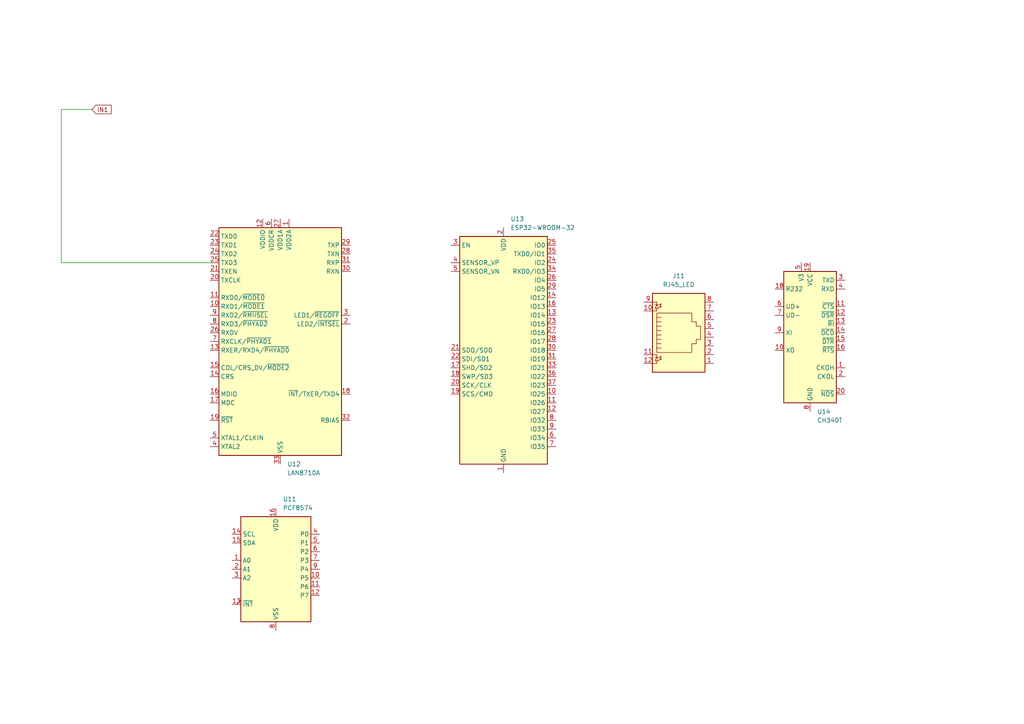
<source format=kicad_sch>
(kicad_sch (version 20211123) (generator eeschema)
  (paper "A4")
  (lib_symbols
    (symbol "Connector:RJ45_LED" (pin_names (offset 1.016))
      (property "Reference" "J" (at -5.08 13.97 0))
      (property "Value" "RJ45_LED" (at 1.27 13.97 0))
      (symbol "RJ45_LED_0_1"
        (polyline (pts (xy -7.62 -7.62) (xy -6.35 -7.62)))
        (polyline (pts (xy -7.62 -5.08) (xy -6.35 -5.08)))
        (polyline (pts (xy -7.62 7.62) (xy -6.35 7.62)))
        (polyline (pts (xy -7.62 10.16) (xy -6.35 10.16)))
        (polyline (pts (xy -6.858 -5.842) (xy -5.842 -5.842)))
        (polyline (pts (xy -6.858 9.398) (xy -5.842 9.398)))
        (polyline (pts (xy -6.35 -7.62) (xy -6.35 -6.858)))
        (polyline (pts (xy -6.35 -5.08) (xy -6.35 -5.842)))
        (polyline (pts (xy -6.35 7.62) (xy -6.35 8.382)))
        (polyline (pts (xy -6.35 10.16) (xy -6.35 9.398)))
        (polyline (pts (xy -5.08 -6.223) (xy -5.207 -6.604)))
        (polyline (pts (xy -5.08 -5.588) (xy -5.207 -5.969)))
        (polyline (pts (xy -5.08 4.445) (xy -6.35 4.445)))
        (polyline (pts (xy -5.08 5.715) (xy -6.35 5.715)))
        (polyline (pts (xy -5.08 9.017) (xy -5.207 8.636)))
        (polyline (pts (xy -5.08 9.652) (xy -5.207 9.271)))
        (polyline (pts (xy -6.35 -3.175) (xy -5.08 -3.175) (xy -5.08 -3.175)))
        (polyline (pts (xy -6.35 -1.905) (xy -5.08 -1.905) (xy -5.08 -1.905)))
        (polyline (pts (xy -6.35 -0.635) (xy -5.08 -0.635) (xy -5.08 -0.635)))
        (polyline (pts (xy -6.35 0.635) (xy -5.08 0.635) (xy -5.08 0.635)))
        (polyline (pts (xy -6.35 1.905) (xy -5.08 1.905) (xy -5.08 1.905)))
        (polyline (pts (xy -5.588 -6.731) (xy -5.08 -6.223) (xy -5.461 -6.35)))
        (polyline (pts (xy -5.588 -6.096) (xy -5.08 -5.588) (xy -5.461 -5.715)))
        (polyline (pts (xy -5.588 8.509) (xy -5.08 9.017) (xy -5.461 8.89)))
        (polyline (pts (xy -5.588 9.144) (xy -5.08 9.652) (xy -5.461 9.525)))
        (polyline (pts (xy -5.08 3.175) (xy -6.35 3.175) (xy -6.35 3.175)))
        (polyline (pts (xy -6.35 -5.842) (xy -6.858 -6.858) (xy -5.842 -6.858) (xy -6.35 -5.842)))
        (polyline (pts (xy -6.35 9.398) (xy -6.858 8.382) (xy -5.842 8.382) (xy -6.35 9.398)))
        (polyline (pts (xy -6.35 -4.445) (xy -6.35 6.985) (xy 3.81 6.985) (xy 3.81 4.445) (xy 5.08 4.445) (xy 5.08 3.175) (xy 6.35 3.175) (xy 6.35 -0.635) (xy 5.08 -0.635) (xy 5.08 -1.905) (xy 3.81 -1.905) (xy 3.81 -4.445) (xy -6.35 -4.445) (xy -6.35 -4.445)))
        (rectangle (start 7.62 12.7) (end -7.62 -10.16) (stroke (width 0.254)) (fill (type background)))
      )
      (symbol "RJ45_LED_1_1"
        (pin passive line (at 10.16 -7.62 180) (length 2.54) (name "~") (number "1"))
        (pin passive line (at -10.16 7.62 0) (length 2.54) (name "~") (number "10"))
        (pin passive line (at -10.16 -5.08 0) (length 2.54) (name "~") (number "11"))
        (pin passive line (at -10.16 -7.62 0) (length 2.54) (name "~") (number "12"))
        (pin passive line (at 10.16 -5.08 180) (length 2.54) (name "~") (number "2"))
        (pin passive line (at 10.16 -2.54 180) (length 2.54) (name "~") (number "3"))
        (pin passive line (at 10.16 0 180) (length 2.54) (name "~") (number "4"))
        (pin passive line (at 10.16 2.54 180) (length 2.54) (name "~") (number "5"))
        (pin passive line (at 10.16 5.08 180) (length 2.54) (name "~") (number "6"))
        (pin passive line (at 10.16 7.62 180) (length 2.54) (name "~") (number "7"))
        (pin passive line (at 10.16 10.16 180) (length 2.54) (name "~") (number "8"))
        (pin passive line (at -10.16 10.16 0) (length 2.54) (name "~") (number "9"))
      )
    )
    (symbol "Interface_Ethernet:LAN8710A"
      (property "Reference" "U" (at -13.97 34.29 0))
      (property "Value" "LAN8710A" (at 17.78 34.29 0))
      (symbol "LAN8710A_0_1"
        (rectangle (start -17.78 33.02) (end 17.78 -33.02) (stroke (width 0.254)) (fill (type background)))
      )
      (symbol "LAN8710A_1_1"
        (pin power_in line (at 2.54 35.56 270) (length 2.54) (name "VDD2A") (number "1"))
        (pin bidirectional line (at -20.32 10.16 0) (length 2.54) (name "RXD1/~{MODE1}") (number "10"))
        (pin bidirectional line (at -20.32 12.7 0) (length 2.54) (name "RXD0/~{MODE0}") (number "11"))
        (pin power_in line (at -5.08 35.56 270) (length 2.54) (name "VDDIO") (number "12"))
        (pin bidirectional line (at -20.32 -2.54 0) (length 2.54) (name "RXER/RXD4/~{PHYAD0}") (number "13"))
        (pin output line (at -20.32 -10.16 0) (length 2.54) (name "CRS") (number "14"))
        (pin bidirectional line (at -20.32 -7.62 0) (length 2.54) (name "COL/CRS_DV/~{MODE2}") (number "15"))
        (pin bidirectional line (at -20.32 -15.24 0) (length 2.54) (name "MDIO") (number "16"))
        (pin input line (at -20.32 -17.78 0) (length 2.54) (name "MDC") (number "17"))
        (pin bidirectional line (at 20.32 -15.24 180) (length 2.54) (name "~{INT}/TXER/TXD4") (number "18"))
        (pin input line (at -20.32 -22.86 0) (length 2.54) (name "~{RST}") (number "19"))
        (pin bidirectional line (at 20.32 5.08 180) (length 2.54) (name "LED2/~{INTSEL}") (number "2"))
        (pin output line (at -20.32 17.78 0) (length 2.54) (name "TXCLK") (number "20"))
        (pin input line (at -20.32 20.32 0) (length 2.54) (name "TXEN") (number "21"))
        (pin input line (at -20.32 30.48 0) (length 2.54) (name "TXD0") (number "22"))
        (pin input line (at -20.32 27.94 0) (length 2.54) (name "TXD1") (number "23"))
        (pin input line (at -20.32 25.4 0) (length 2.54) (name "TXD2") (number "24"))
        (pin input line (at -20.32 22.86 0) (length 2.54) (name "TXD3") (number "25"))
        (pin output line (at -20.32 2.54 0) (length 2.54) (name "RXDV") (number "26"))
        (pin power_in line (at 0 35.56 270) (length 2.54) (name "VDD1A") (number "27"))
        (pin bidirectional line (at 20.32 25.4 180) (length 2.54) (name "TXN") (number "28"))
        (pin bidirectional line (at 20.32 27.94 180) (length 2.54) (name "TXP") (number "29"))
        (pin bidirectional line (at 20.32 7.62 180) (length 2.54) (name "LED1/~{REGOFF}") (number "3"))
        (pin bidirectional line (at 20.32 20.32 180) (length 2.54) (name "RXN") (number "30"))
        (pin bidirectional line (at 20.32 22.86 180) (length 2.54) (name "RXP") (number "31"))
        (pin passive line (at 20.32 -22.86 180) (length 2.54) (name "RBIAS") (number "32"))
        (pin power_in line (at 0 -35.56 90) (length 2.54) (name "VSS") (number "33"))
        (pin output line (at -20.32 -30.48 0) (length 2.54) (name "XTAL2") (number "4"))
        (pin input line (at -20.32 -27.94 0) (length 2.54) (name "XTAL1/CLKIN") (number "5"))
        (pin power_in line (at -2.54 35.56 270) (length 2.54) (name "VDDCR") (number "6"))
        (pin bidirectional line (at -20.32 0 0) (length 2.54) (name "RXCLK/~{PHYAD1}") (number "7"))
        (pin bidirectional line (at -20.32 5.08 0) (length 2.54) (name "RXD3/~{PHYAD2}") (number "8"))
        (pin bidirectional line (at -20.32 7.62 0) (length 2.54) (name "RXD2/~{RMIISEL}") (number "9"))
      )
    )
    (symbol "Interface_Expansion:PCF8574"
      (property "Reference" "U" (at -8.89 16.51 0))
      (property "Value" "PCF8574" (at 2.54 16.51 0))
      (symbol "PCF8574_0_1"
        (rectangle (start -10.16 15.24) (end 10.16 -15.24) (stroke (width 0.254)) (fill (type background)))
      )
      (symbol "PCF8574_1_1"
        (pin input line (at -12.7 2.54 0) (length 2.54) (name "A0") (number "1"))
        (pin bidirectional line (at 12.7 -2.54 180) (length 2.54) (name "P5") (number "10"))
        (pin bidirectional line (at 12.7 -5.08 180) (length 2.54) (name "P6") (number "11"))
        (pin bidirectional line (at 12.7 -7.62 180) (length 2.54) (name "P7") (number "12"))
        (pin open_collector output_low (at -12.7 -10.16 0) (length 2.54) (name "~{INT}") (number "13"))
        (pin input line (at -12.7 10.16 0) (length 2.54) (name "SCL") (number "14"))
        (pin bidirectional line (at -12.7 7.62 0) (length 2.54) (name "SDA") (number "15"))
        (pin power_in line (at 0 17.78 270) (length 2.54) (name "VDD") (number "16"))
        (pin input line (at -12.7 0 0) (length 2.54) (name "A1") (number "2"))
        (pin input line (at -12.7 -2.54 0) (length 2.54) (name "A2") (number "3"))
        (pin bidirectional line (at 12.7 10.16 180) (length 2.54) (name "P0") (number "4"))
        (pin bidirectional line (at 12.7 7.62 180) (length 2.54) (name "P1") (number "5"))
        (pin bidirectional line (at 12.7 5.08 180) (length 2.54) (name "P2") (number "6"))
        (pin bidirectional line (at 12.7 2.54 180) (length 2.54) (name "P3") (number "7"))
        (pin power_in line (at 0 -17.78 90) (length 2.54) (name "VSS") (number "8"))
        (pin bidirectional line (at 12.7 0 180) (length 2.54) (name "P4") (number "9"))
      )
    )
    (symbol "Interface_USB:CH340T"
      (property "Reference" "U" (at -7.62 22.86 0))
      (property "Value" "CH340T" (at 7.62 22.86 0))
      (symbol "CH340T_1_1"
        (rectangle (start -7.62 20.32) (end 7.62 -17.78) (stroke (width 0.254)) (fill (type background)))
        (pin output line (at 10.16 -7.62 180) (length 2.54) (name "CKOH") (number "1"))
        (pin output line (at -10.16 -2.54 0) (length 2.54) (name "XO") (number "10"))
        (pin input line (at 10.16 10.16 180) (length 2.54) (name "~{CTS}") (number "11"))
        (pin input line (at 10.16 7.62 180) (length 2.54) (name "~{DSR}") (number "12"))
        (pin input line (at 10.16 5.08 180) (length 2.54) (name "~{RI}") (number "13"))
        (pin input line (at 10.16 2.54 180) (length 2.54) (name "~{DCD}") (number "14"))
        (pin output line (at 10.16 0 180) (length 2.54) (name "~{DTR}") (number "15"))
        (pin output line (at 10.16 -2.54 180) (length 2.54) (name "~{RTS}") (number "16"))
        (pin no_connect line (at -7.62 -7.62 0) (length 2.54) hide (name "NC") (number "17"))
        (pin input line (at -10.16 15.24 0) (length 2.54) (name "R232") (number "18"))
        (pin power_in line (at 0 22.86 270) (length 2.54) (name "VCC") (number "19"))
        (pin output line (at 10.16 -10.16 180) (length 2.54) (name "CKOL") (number "2"))
        (pin input line (at 10.16 -15.24 180) (length 2.54) (name "~{NOS}") (number "20"))
        (pin output line (at 10.16 17.78 180) (length 2.54) (name "TXD") (number "3"))
        (pin input line (at 10.16 15.24 180) (length 2.54) (name "RXD") (number "4"))
        (pin passive line (at -2.54 22.86 270) (length 2.54) (name "V3") (number "5"))
        (pin bidirectional line (at -10.16 10.16 0) (length 2.54) (name "UD+") (number "6"))
        (pin bidirectional line (at -10.16 7.62 0) (length 2.54) (name "UD-") (number "7"))
        (pin power_in line (at 0 -20.32 90) (length 2.54) (name "GND") (number "8"))
        (pin input line (at -10.16 2.54 0) (length 2.54) (name "XI") (number "9"))
      )
    )
    (symbol "RF_Module:ESP32-WROOM-32"
      (property "Reference" "U" (at -12.7 34.29 0))
      (property "Value" "ESP32-WROOM-32" (at 1.27 34.29 0))
      (symbol "ESP32-WROOM-32_0_1"
        (rectangle (start -12.7 33.02) (end 12.7 -33.02) (stroke (width 0.254)) (fill (type background)))
      )
      (symbol "ESP32-WROOM-32_1_1"
        (pin power_in line (at 0 -35.56 90) (length 2.54) (name "GND") (number "1"))
        (pin bidirectional line (at 15.24 -12.7 180) (length 2.54) (name "IO25") (number "10"))
        (pin bidirectional line (at 15.24 -15.24 180) (length 2.54) (name "IO26") (number "11"))
        (pin bidirectional line (at 15.24 -17.78 180) (length 2.54) (name "IO27") (number "12"))
        (pin bidirectional line (at 15.24 10.16 180) (length 2.54) (name "IO14") (number "13"))
        (pin bidirectional line (at 15.24 15.24 180) (length 2.54) (name "IO12") (number "14"))
        (pin passive line (at 0 -35.56 90) (length 2.54) hide (name "GND") (number "15"))
        (pin bidirectional line (at 15.24 12.7 180) (length 2.54) (name "IO13") (number "16"))
        (pin bidirectional line (at -15.24 -5.08 0) (length 2.54) (name "SHD/SD2") (number "17"))
        (pin bidirectional line (at -15.24 -7.62 0) (length 2.54) (name "SWP/SD3") (number "18"))
        (pin bidirectional line (at -15.24 -12.7 0) (length 2.54) (name "SCS/CMD") (number "19"))
        (pin power_in line (at 0 35.56 270) (length 2.54) (name "VDD") (number "2"))
        (pin bidirectional line (at -15.24 -10.16 0) (length 2.54) (name "SCK/CLK") (number "20"))
        (pin bidirectional line (at -15.24 0 0) (length 2.54) (name "SDO/SD0") (number "21"))
        (pin bidirectional line (at -15.24 -2.54 0) (length 2.54) (name "SDI/SD1") (number "22"))
        (pin bidirectional line (at 15.24 7.62 180) (length 2.54) (name "IO15") (number "23"))
        (pin bidirectional line (at 15.24 25.4 180) (length 2.54) (name "IO2") (number "24"))
        (pin bidirectional line (at 15.24 30.48 180) (length 2.54) (name "IO0") (number "25"))
        (pin bidirectional line (at 15.24 20.32 180) (length 2.54) (name "IO4") (number "26"))
        (pin bidirectional line (at 15.24 5.08 180) (length 2.54) (name "IO16") (number "27"))
        (pin bidirectional line (at 15.24 2.54 180) (length 2.54) (name "IO17") (number "28"))
        (pin bidirectional line (at 15.24 17.78 180) (length 2.54) (name "IO5") (number "29"))
        (pin input line (at -15.24 30.48 0) (length 2.54) (name "EN") (number "3"))
        (pin bidirectional line (at 15.24 0 180) (length 2.54) (name "IO18") (number "30"))
        (pin bidirectional line (at 15.24 -2.54 180) (length 2.54) (name "IO19") (number "31"))
        (pin no_connect line (at -12.7 -27.94 0) (length 2.54) hide (name "NC") (number "32"))
        (pin bidirectional line (at 15.24 -5.08 180) (length 2.54) (name "IO21") (number "33"))
        (pin bidirectional line (at 15.24 22.86 180) (length 2.54) (name "RXD0/IO3") (number "34"))
        (pin bidirectional line (at 15.24 27.94 180) (length 2.54) (name "TXD0/IO1") (number "35"))
        (pin bidirectional line (at 15.24 -7.62 180) (length 2.54) (name "IO22") (number "36"))
        (pin bidirectional line (at 15.24 -10.16 180) (length 2.54) (name "IO23") (number "37"))
        (pin passive line (at 0 -35.56 90) (length 2.54) hide (name "GND") (number "38"))
        (pin passive line (at 0 -35.56 90) (length 2.54) hide (name "GND") (number "39"))
        (pin input line (at -15.24 25.4 0) (length 2.54) (name "SENSOR_VP") (number "4"))
        (pin input line (at -15.24 22.86 0) (length 2.54) (name "SENSOR_VN") (number "5"))
        (pin input line (at 15.24 -25.4 180) (length 2.54) (name "IO34") (number "6"))
        (pin input line (at 15.24 -27.94 180) (length 2.54) (name "IO35") (number "7"))
        (pin bidirectional line (at 15.24 -20.32 180) (length 2.54) (name "IO32") (number "8"))
        (pin bidirectional line (at 15.24 -22.86 180) (length 2.54) (name "IO33") (number "9"))
      )
    )
  )
  (wire (pts (xy 17.78 76.2) (xy 60.96 76.2)))
  (wire (pts (xy 17.78 31.75) (xy 17.78 76.2)))
  (wire (pts (xy 26.67 31.75) (xy 17.78 31.75)))
  (global_label "IN1" (shape input) (at 26.67 31.75 0) (property "Intersheet References" "${INTERSHEET_REFS}" (effects hide)))
  (symbol (lib_id "RF_Module:ESP32-WROOM-32") (at 146.05 101.6 0) (unit 1)
    (property "Reference" "U13" (at 148.0694 63.5 0) (effects (justify left)))
    (property "Value" "ESP32-WROOM-32" (at 148.0694 66.04 0) (effects (justify left)))
    (property "Footprint" "RF_Module:ESP32-WROOM-32" (effects hide))
    (property "Datasheet" "https://www.espressif.com/sites/default/files/documentation/esp32-wroom-32_datasheet_en.pdf" (effects hide))
  )
  (symbol (lib_id "Connector:RJ45_LED") (at 196.85 97.79 0) (unit 1)
    (property "Reference" "J11" (at 196.85 80.01 0))
    (property "Value" "RJ45_LED" (at 196.85 82.55 0))
    (property "Footprint" "Connector_RJ:RJ45_Amphenol_RJHSE538X" (effects hide))
  )
  (symbol (lib_id "Interface_USB:CH340T") (at 234.95 99.06 0) (unit 1)
    (property "Reference" "U14" (at 236.9694 119.38 0) (effects (justify left)))
    (property "Value" "CH340T" (at 236.9694 121.92 0) (effects (justify left)))
    (property "Footprint" "Package_SO:SSOP-20_5.3x7.2mm_P0.65mm" (effects hide))
    (property "Datasheet" "https://cdn.sparkfun.com/datasheets/Dev/Arduino/Other/CH340DS1.PDF" (effects hide))
  )
  (symbol (lib_id "Interface_Ethernet:LAN8710A") (at 81.28 99.06 0) (unit 1)
    (property "Reference" "U12" (at 83.2994 134.62 0) (effects (justify left)))
    (property "Value" "LAN8710A" (at 83.2994 137.16 0) (effects (justify left)))
    (property "Footprint" "Package_DFN_QFN:QFN-32-1EP_5x5mm_P0.5mm_EP3.3x3.3mm_ThermalVias" (effects hide))
    (property "Datasheet" "http://ww1.microchip.com/downloads/en/DeviceDoc/8710a.pdf" (effects hide))
  )
  (symbol (lib_id "Interface_Expansion:PCF8574") (at 80.01 165.1 0) (unit 1)
    (property "Reference" "U11" (at 82.0294 144.78 0) (effects (justify left)))
    (property "Value" "PCF8574" (at 82.0294 147.32 0) (effects (justify left)))
    (property "Footprint" "Tales:SO-16_7.5x10.3mm_P1.27mm" (effects hide))
    (property "Datasheet" "http://www.nxp.com/documents/data_sheet/PCF8574_PCF8574A.pdf" (effects hide))
  )
)
</source>
